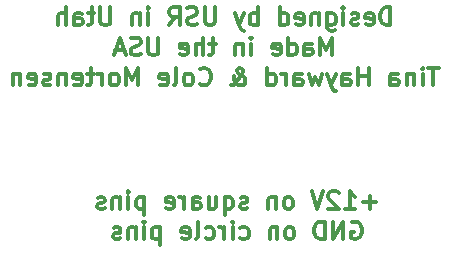
<source format=gbo>
G04 #@! TF.FileFunction,Legend,Bot*
%FSLAX46Y46*%
G04 Gerber Fmt 4.6, Leading zero omitted, Abs format (unit mm)*
G04 Created by KiCad (PCBNEW 4.0.7) date 11/16/17 10:54:23*
%MOMM*%
%LPD*%
G01*
G04 APERTURE LIST*
%ADD10C,0.100000*%
%ADD11C,0.300000*%
%ADD12C,2.950000*%
%ADD13R,4.150000X4.150000*%
%ADD14C,4.150000*%
%ADD15C,3.400000*%
%ADD16C,3.450000*%
G04 APERTURE END LIST*
D10*
D11*
X195785714Y-106232143D02*
X194642857Y-106232143D01*
X195214286Y-106803571D02*
X195214286Y-105660714D01*
X193142857Y-106803571D02*
X194000000Y-106803571D01*
X193571428Y-106803571D02*
X193571428Y-105303571D01*
X193714285Y-105517857D01*
X193857143Y-105660714D01*
X194000000Y-105732143D01*
X192571429Y-105446429D02*
X192500000Y-105375000D01*
X192357143Y-105303571D01*
X192000000Y-105303571D01*
X191857143Y-105375000D01*
X191785714Y-105446429D01*
X191714286Y-105589286D01*
X191714286Y-105732143D01*
X191785714Y-105946429D01*
X192642857Y-106803571D01*
X191714286Y-106803571D01*
X191285715Y-105303571D02*
X190785715Y-106803571D01*
X190285715Y-105303571D01*
X188428572Y-106803571D02*
X188571430Y-106732143D01*
X188642858Y-106660714D01*
X188714287Y-106517857D01*
X188714287Y-106089286D01*
X188642858Y-105946429D01*
X188571430Y-105875000D01*
X188428572Y-105803571D01*
X188214287Y-105803571D01*
X188071430Y-105875000D01*
X188000001Y-105946429D01*
X187928572Y-106089286D01*
X187928572Y-106517857D01*
X188000001Y-106660714D01*
X188071430Y-106732143D01*
X188214287Y-106803571D01*
X188428572Y-106803571D01*
X187285715Y-105803571D02*
X187285715Y-106803571D01*
X187285715Y-105946429D02*
X187214287Y-105875000D01*
X187071429Y-105803571D01*
X186857144Y-105803571D01*
X186714287Y-105875000D01*
X186642858Y-106017857D01*
X186642858Y-106803571D01*
X184857144Y-106732143D02*
X184714287Y-106803571D01*
X184428572Y-106803571D01*
X184285715Y-106732143D01*
X184214287Y-106589286D01*
X184214287Y-106517857D01*
X184285715Y-106375000D01*
X184428572Y-106303571D01*
X184642858Y-106303571D01*
X184785715Y-106232143D01*
X184857144Y-106089286D01*
X184857144Y-106017857D01*
X184785715Y-105875000D01*
X184642858Y-105803571D01*
X184428572Y-105803571D01*
X184285715Y-105875000D01*
X182928572Y-105803571D02*
X182928572Y-107303571D01*
X182928572Y-106732143D02*
X183071429Y-106803571D01*
X183357143Y-106803571D01*
X183500001Y-106732143D01*
X183571429Y-106660714D01*
X183642858Y-106517857D01*
X183642858Y-106089286D01*
X183571429Y-105946429D01*
X183500001Y-105875000D01*
X183357143Y-105803571D01*
X183071429Y-105803571D01*
X182928572Y-105875000D01*
X181571429Y-105803571D02*
X181571429Y-106803571D01*
X182214286Y-105803571D02*
X182214286Y-106589286D01*
X182142858Y-106732143D01*
X182000000Y-106803571D01*
X181785715Y-106803571D01*
X181642858Y-106732143D01*
X181571429Y-106660714D01*
X180214286Y-106803571D02*
X180214286Y-106017857D01*
X180285715Y-105875000D01*
X180428572Y-105803571D01*
X180714286Y-105803571D01*
X180857143Y-105875000D01*
X180214286Y-106732143D02*
X180357143Y-106803571D01*
X180714286Y-106803571D01*
X180857143Y-106732143D01*
X180928572Y-106589286D01*
X180928572Y-106446429D01*
X180857143Y-106303571D01*
X180714286Y-106232143D01*
X180357143Y-106232143D01*
X180214286Y-106160714D01*
X179500000Y-106803571D02*
X179500000Y-105803571D01*
X179500000Y-106089286D02*
X179428572Y-105946429D01*
X179357143Y-105875000D01*
X179214286Y-105803571D01*
X179071429Y-105803571D01*
X178000001Y-106732143D02*
X178142858Y-106803571D01*
X178428572Y-106803571D01*
X178571429Y-106732143D01*
X178642858Y-106589286D01*
X178642858Y-106017857D01*
X178571429Y-105875000D01*
X178428572Y-105803571D01*
X178142858Y-105803571D01*
X178000001Y-105875000D01*
X177928572Y-106017857D01*
X177928572Y-106160714D01*
X178642858Y-106303571D01*
X176142858Y-105803571D02*
X176142858Y-107303571D01*
X176142858Y-105875000D02*
X176000001Y-105803571D01*
X175714287Y-105803571D01*
X175571430Y-105875000D01*
X175500001Y-105946429D01*
X175428572Y-106089286D01*
X175428572Y-106517857D01*
X175500001Y-106660714D01*
X175571430Y-106732143D01*
X175714287Y-106803571D01*
X176000001Y-106803571D01*
X176142858Y-106732143D01*
X174785715Y-106803571D02*
X174785715Y-105803571D01*
X174785715Y-105303571D02*
X174857144Y-105375000D01*
X174785715Y-105446429D01*
X174714287Y-105375000D01*
X174785715Y-105303571D01*
X174785715Y-105446429D01*
X174071429Y-105803571D02*
X174071429Y-106803571D01*
X174071429Y-105946429D02*
X174000001Y-105875000D01*
X173857143Y-105803571D01*
X173642858Y-105803571D01*
X173500001Y-105875000D01*
X173428572Y-106017857D01*
X173428572Y-106803571D01*
X172785715Y-106732143D02*
X172642858Y-106803571D01*
X172357143Y-106803571D01*
X172214286Y-106732143D01*
X172142858Y-106589286D01*
X172142858Y-106517857D01*
X172214286Y-106375000D01*
X172357143Y-106303571D01*
X172571429Y-106303571D01*
X172714286Y-106232143D01*
X172785715Y-106089286D01*
X172785715Y-106017857D01*
X172714286Y-105875000D01*
X172571429Y-105803571D01*
X172357143Y-105803571D01*
X172214286Y-105875000D01*
X193678571Y-107925000D02*
X193821428Y-107853571D01*
X194035714Y-107853571D01*
X194249999Y-107925000D01*
X194392857Y-108067857D01*
X194464285Y-108210714D01*
X194535714Y-108496429D01*
X194535714Y-108710714D01*
X194464285Y-108996429D01*
X194392857Y-109139286D01*
X194249999Y-109282143D01*
X194035714Y-109353571D01*
X193892857Y-109353571D01*
X193678571Y-109282143D01*
X193607142Y-109210714D01*
X193607142Y-108710714D01*
X193892857Y-108710714D01*
X192964285Y-109353571D02*
X192964285Y-107853571D01*
X192107142Y-109353571D01*
X192107142Y-107853571D01*
X191392856Y-109353571D02*
X191392856Y-107853571D01*
X191035713Y-107853571D01*
X190821428Y-107925000D01*
X190678570Y-108067857D01*
X190607142Y-108210714D01*
X190535713Y-108496429D01*
X190535713Y-108710714D01*
X190607142Y-108996429D01*
X190678570Y-109139286D01*
X190821428Y-109282143D01*
X191035713Y-109353571D01*
X191392856Y-109353571D01*
X188535713Y-109353571D02*
X188678571Y-109282143D01*
X188749999Y-109210714D01*
X188821428Y-109067857D01*
X188821428Y-108639286D01*
X188749999Y-108496429D01*
X188678571Y-108425000D01*
X188535713Y-108353571D01*
X188321428Y-108353571D01*
X188178571Y-108425000D01*
X188107142Y-108496429D01*
X188035713Y-108639286D01*
X188035713Y-109067857D01*
X188107142Y-109210714D01*
X188178571Y-109282143D01*
X188321428Y-109353571D01*
X188535713Y-109353571D01*
X187392856Y-108353571D02*
X187392856Y-109353571D01*
X187392856Y-108496429D02*
X187321428Y-108425000D01*
X187178570Y-108353571D01*
X186964285Y-108353571D01*
X186821428Y-108425000D01*
X186749999Y-108567857D01*
X186749999Y-109353571D01*
X184249999Y-109282143D02*
X184392856Y-109353571D01*
X184678570Y-109353571D01*
X184821428Y-109282143D01*
X184892856Y-109210714D01*
X184964285Y-109067857D01*
X184964285Y-108639286D01*
X184892856Y-108496429D01*
X184821428Y-108425000D01*
X184678570Y-108353571D01*
X184392856Y-108353571D01*
X184249999Y-108425000D01*
X183607142Y-109353571D02*
X183607142Y-108353571D01*
X183607142Y-107853571D02*
X183678571Y-107925000D01*
X183607142Y-107996429D01*
X183535714Y-107925000D01*
X183607142Y-107853571D01*
X183607142Y-107996429D01*
X182892856Y-109353571D02*
X182892856Y-108353571D01*
X182892856Y-108639286D02*
X182821428Y-108496429D01*
X182749999Y-108425000D01*
X182607142Y-108353571D01*
X182464285Y-108353571D01*
X181321428Y-109282143D02*
X181464285Y-109353571D01*
X181749999Y-109353571D01*
X181892857Y-109282143D01*
X181964285Y-109210714D01*
X182035714Y-109067857D01*
X182035714Y-108639286D01*
X181964285Y-108496429D01*
X181892857Y-108425000D01*
X181749999Y-108353571D01*
X181464285Y-108353571D01*
X181321428Y-108425000D01*
X180464285Y-109353571D02*
X180607143Y-109282143D01*
X180678571Y-109139286D01*
X180678571Y-107853571D01*
X179321429Y-109282143D02*
X179464286Y-109353571D01*
X179750000Y-109353571D01*
X179892857Y-109282143D01*
X179964286Y-109139286D01*
X179964286Y-108567857D01*
X179892857Y-108425000D01*
X179750000Y-108353571D01*
X179464286Y-108353571D01*
X179321429Y-108425000D01*
X179250000Y-108567857D01*
X179250000Y-108710714D01*
X179964286Y-108853571D01*
X177464286Y-108353571D02*
X177464286Y-109853571D01*
X177464286Y-108425000D02*
X177321429Y-108353571D01*
X177035715Y-108353571D01*
X176892858Y-108425000D01*
X176821429Y-108496429D01*
X176750000Y-108639286D01*
X176750000Y-109067857D01*
X176821429Y-109210714D01*
X176892858Y-109282143D01*
X177035715Y-109353571D01*
X177321429Y-109353571D01*
X177464286Y-109282143D01*
X176107143Y-109353571D02*
X176107143Y-108353571D01*
X176107143Y-107853571D02*
X176178572Y-107925000D01*
X176107143Y-107996429D01*
X176035715Y-107925000D01*
X176107143Y-107853571D01*
X176107143Y-107996429D01*
X175392857Y-108353571D02*
X175392857Y-109353571D01*
X175392857Y-108496429D02*
X175321429Y-108425000D01*
X175178571Y-108353571D01*
X174964286Y-108353571D01*
X174821429Y-108425000D01*
X174750000Y-108567857D01*
X174750000Y-109353571D01*
X174107143Y-109282143D02*
X173964286Y-109353571D01*
X173678571Y-109353571D01*
X173535714Y-109282143D01*
X173464286Y-109139286D01*
X173464286Y-109067857D01*
X173535714Y-108925000D01*
X173678571Y-108853571D01*
X173892857Y-108853571D01*
X174035714Y-108782143D01*
X174107143Y-108639286D01*
X174107143Y-108567857D01*
X174035714Y-108425000D01*
X173892857Y-108353571D01*
X173678571Y-108353571D01*
X173535714Y-108425000D01*
X196971429Y-91228571D02*
X196971429Y-89728571D01*
X196614286Y-89728571D01*
X196400001Y-89800000D01*
X196257143Y-89942857D01*
X196185715Y-90085714D01*
X196114286Y-90371429D01*
X196114286Y-90585714D01*
X196185715Y-90871429D01*
X196257143Y-91014286D01*
X196400001Y-91157143D01*
X196614286Y-91228571D01*
X196971429Y-91228571D01*
X194900001Y-91157143D02*
X195042858Y-91228571D01*
X195328572Y-91228571D01*
X195471429Y-91157143D01*
X195542858Y-91014286D01*
X195542858Y-90442857D01*
X195471429Y-90300000D01*
X195328572Y-90228571D01*
X195042858Y-90228571D01*
X194900001Y-90300000D01*
X194828572Y-90442857D01*
X194828572Y-90585714D01*
X195542858Y-90728571D01*
X194257144Y-91157143D02*
X194114287Y-91228571D01*
X193828572Y-91228571D01*
X193685715Y-91157143D01*
X193614287Y-91014286D01*
X193614287Y-90942857D01*
X193685715Y-90800000D01*
X193828572Y-90728571D01*
X194042858Y-90728571D01*
X194185715Y-90657143D01*
X194257144Y-90514286D01*
X194257144Y-90442857D01*
X194185715Y-90300000D01*
X194042858Y-90228571D01*
X193828572Y-90228571D01*
X193685715Y-90300000D01*
X192971429Y-91228571D02*
X192971429Y-90228571D01*
X192971429Y-89728571D02*
X193042858Y-89800000D01*
X192971429Y-89871429D01*
X192900001Y-89800000D01*
X192971429Y-89728571D01*
X192971429Y-89871429D01*
X191614286Y-90228571D02*
X191614286Y-91442857D01*
X191685715Y-91585714D01*
X191757143Y-91657143D01*
X191900000Y-91728571D01*
X192114286Y-91728571D01*
X192257143Y-91657143D01*
X191614286Y-91157143D02*
X191757143Y-91228571D01*
X192042857Y-91228571D01*
X192185715Y-91157143D01*
X192257143Y-91085714D01*
X192328572Y-90942857D01*
X192328572Y-90514286D01*
X192257143Y-90371429D01*
X192185715Y-90300000D01*
X192042857Y-90228571D01*
X191757143Y-90228571D01*
X191614286Y-90300000D01*
X190900000Y-90228571D02*
X190900000Y-91228571D01*
X190900000Y-90371429D02*
X190828572Y-90300000D01*
X190685714Y-90228571D01*
X190471429Y-90228571D01*
X190328572Y-90300000D01*
X190257143Y-90442857D01*
X190257143Y-91228571D01*
X188971429Y-91157143D02*
X189114286Y-91228571D01*
X189400000Y-91228571D01*
X189542857Y-91157143D01*
X189614286Y-91014286D01*
X189614286Y-90442857D01*
X189542857Y-90300000D01*
X189400000Y-90228571D01*
X189114286Y-90228571D01*
X188971429Y-90300000D01*
X188900000Y-90442857D01*
X188900000Y-90585714D01*
X189614286Y-90728571D01*
X187614286Y-91228571D02*
X187614286Y-89728571D01*
X187614286Y-91157143D02*
X187757143Y-91228571D01*
X188042857Y-91228571D01*
X188185715Y-91157143D01*
X188257143Y-91085714D01*
X188328572Y-90942857D01*
X188328572Y-90514286D01*
X188257143Y-90371429D01*
X188185715Y-90300000D01*
X188042857Y-90228571D01*
X187757143Y-90228571D01*
X187614286Y-90300000D01*
X185757143Y-91228571D02*
X185757143Y-89728571D01*
X185757143Y-90300000D02*
X185614286Y-90228571D01*
X185328572Y-90228571D01*
X185185715Y-90300000D01*
X185114286Y-90371429D01*
X185042857Y-90514286D01*
X185042857Y-90942857D01*
X185114286Y-91085714D01*
X185185715Y-91157143D01*
X185328572Y-91228571D01*
X185614286Y-91228571D01*
X185757143Y-91157143D01*
X184542857Y-90228571D02*
X184185714Y-91228571D01*
X183828572Y-90228571D02*
X184185714Y-91228571D01*
X184328572Y-91585714D01*
X184400000Y-91657143D01*
X184542857Y-91728571D01*
X182114286Y-89728571D02*
X182114286Y-90942857D01*
X182042858Y-91085714D01*
X181971429Y-91157143D01*
X181828572Y-91228571D01*
X181542858Y-91228571D01*
X181400000Y-91157143D01*
X181328572Y-91085714D01*
X181257143Y-90942857D01*
X181257143Y-89728571D01*
X180614286Y-91157143D02*
X180400000Y-91228571D01*
X180042857Y-91228571D01*
X179900000Y-91157143D01*
X179828571Y-91085714D01*
X179757143Y-90942857D01*
X179757143Y-90800000D01*
X179828571Y-90657143D01*
X179900000Y-90585714D01*
X180042857Y-90514286D01*
X180328571Y-90442857D01*
X180471429Y-90371429D01*
X180542857Y-90300000D01*
X180614286Y-90157143D01*
X180614286Y-90014286D01*
X180542857Y-89871429D01*
X180471429Y-89800000D01*
X180328571Y-89728571D01*
X179971429Y-89728571D01*
X179757143Y-89800000D01*
X178257143Y-91228571D02*
X178757143Y-90514286D01*
X179114286Y-91228571D02*
X179114286Y-89728571D01*
X178542858Y-89728571D01*
X178400000Y-89800000D01*
X178328572Y-89871429D01*
X178257143Y-90014286D01*
X178257143Y-90228571D01*
X178328572Y-90371429D01*
X178400000Y-90442857D01*
X178542858Y-90514286D01*
X179114286Y-90514286D01*
X176471429Y-91228571D02*
X176471429Y-90228571D01*
X176471429Y-89728571D02*
X176542858Y-89800000D01*
X176471429Y-89871429D01*
X176400001Y-89800000D01*
X176471429Y-89728571D01*
X176471429Y-89871429D01*
X175757143Y-90228571D02*
X175757143Y-91228571D01*
X175757143Y-90371429D02*
X175685715Y-90300000D01*
X175542857Y-90228571D01*
X175328572Y-90228571D01*
X175185715Y-90300000D01*
X175114286Y-90442857D01*
X175114286Y-91228571D01*
X173257143Y-89728571D02*
X173257143Y-90942857D01*
X173185715Y-91085714D01*
X173114286Y-91157143D01*
X172971429Y-91228571D01*
X172685715Y-91228571D01*
X172542857Y-91157143D01*
X172471429Y-91085714D01*
X172400000Y-90942857D01*
X172400000Y-89728571D01*
X171900000Y-90228571D02*
X171328571Y-90228571D01*
X171685714Y-89728571D02*
X171685714Y-91014286D01*
X171614286Y-91157143D01*
X171471428Y-91228571D01*
X171328571Y-91228571D01*
X170185714Y-91228571D02*
X170185714Y-90442857D01*
X170257143Y-90300000D01*
X170400000Y-90228571D01*
X170685714Y-90228571D01*
X170828571Y-90300000D01*
X170185714Y-91157143D02*
X170328571Y-91228571D01*
X170685714Y-91228571D01*
X170828571Y-91157143D01*
X170900000Y-91014286D01*
X170900000Y-90871429D01*
X170828571Y-90728571D01*
X170685714Y-90657143D01*
X170328571Y-90657143D01*
X170185714Y-90585714D01*
X169471428Y-91228571D02*
X169471428Y-89728571D01*
X168828571Y-91228571D02*
X168828571Y-90442857D01*
X168900000Y-90300000D01*
X169042857Y-90228571D01*
X169257142Y-90228571D01*
X169400000Y-90300000D01*
X169471428Y-90371429D01*
X192042857Y-93778571D02*
X192042857Y-92278571D01*
X191542857Y-93350000D01*
X191042857Y-92278571D01*
X191042857Y-93778571D01*
X189685714Y-93778571D02*
X189685714Y-92992857D01*
X189757143Y-92850000D01*
X189900000Y-92778571D01*
X190185714Y-92778571D01*
X190328571Y-92850000D01*
X189685714Y-93707143D02*
X189828571Y-93778571D01*
X190185714Y-93778571D01*
X190328571Y-93707143D01*
X190400000Y-93564286D01*
X190400000Y-93421429D01*
X190328571Y-93278571D01*
X190185714Y-93207143D01*
X189828571Y-93207143D01*
X189685714Y-93135714D01*
X188328571Y-93778571D02*
X188328571Y-92278571D01*
X188328571Y-93707143D02*
X188471428Y-93778571D01*
X188757142Y-93778571D01*
X188900000Y-93707143D01*
X188971428Y-93635714D01*
X189042857Y-93492857D01*
X189042857Y-93064286D01*
X188971428Y-92921429D01*
X188900000Y-92850000D01*
X188757142Y-92778571D01*
X188471428Y-92778571D01*
X188328571Y-92850000D01*
X187042857Y-93707143D02*
X187185714Y-93778571D01*
X187471428Y-93778571D01*
X187614285Y-93707143D01*
X187685714Y-93564286D01*
X187685714Y-92992857D01*
X187614285Y-92850000D01*
X187471428Y-92778571D01*
X187185714Y-92778571D01*
X187042857Y-92850000D01*
X186971428Y-92992857D01*
X186971428Y-93135714D01*
X187685714Y-93278571D01*
X185185714Y-93778571D02*
X185185714Y-92778571D01*
X185185714Y-92278571D02*
X185257143Y-92350000D01*
X185185714Y-92421429D01*
X185114286Y-92350000D01*
X185185714Y-92278571D01*
X185185714Y-92421429D01*
X184471428Y-92778571D02*
X184471428Y-93778571D01*
X184471428Y-92921429D02*
X184400000Y-92850000D01*
X184257142Y-92778571D01*
X184042857Y-92778571D01*
X183900000Y-92850000D01*
X183828571Y-92992857D01*
X183828571Y-93778571D01*
X182185714Y-92778571D02*
X181614285Y-92778571D01*
X181971428Y-92278571D02*
X181971428Y-93564286D01*
X181900000Y-93707143D01*
X181757142Y-93778571D01*
X181614285Y-93778571D01*
X181114285Y-93778571D02*
X181114285Y-92278571D01*
X180471428Y-93778571D02*
X180471428Y-92992857D01*
X180542857Y-92850000D01*
X180685714Y-92778571D01*
X180899999Y-92778571D01*
X181042857Y-92850000D01*
X181114285Y-92921429D01*
X179185714Y-93707143D02*
X179328571Y-93778571D01*
X179614285Y-93778571D01*
X179757142Y-93707143D01*
X179828571Y-93564286D01*
X179828571Y-92992857D01*
X179757142Y-92850000D01*
X179614285Y-92778571D01*
X179328571Y-92778571D01*
X179185714Y-92850000D01*
X179114285Y-92992857D01*
X179114285Y-93135714D01*
X179828571Y-93278571D01*
X177328571Y-92278571D02*
X177328571Y-93492857D01*
X177257143Y-93635714D01*
X177185714Y-93707143D01*
X177042857Y-93778571D01*
X176757143Y-93778571D01*
X176614285Y-93707143D01*
X176542857Y-93635714D01*
X176471428Y-93492857D01*
X176471428Y-92278571D01*
X175828571Y-93707143D02*
X175614285Y-93778571D01*
X175257142Y-93778571D01*
X175114285Y-93707143D01*
X175042856Y-93635714D01*
X174971428Y-93492857D01*
X174971428Y-93350000D01*
X175042856Y-93207143D01*
X175114285Y-93135714D01*
X175257142Y-93064286D01*
X175542856Y-92992857D01*
X175685714Y-92921429D01*
X175757142Y-92850000D01*
X175828571Y-92707143D01*
X175828571Y-92564286D01*
X175757142Y-92421429D01*
X175685714Y-92350000D01*
X175542856Y-92278571D01*
X175185714Y-92278571D01*
X174971428Y-92350000D01*
X174400000Y-93350000D02*
X173685714Y-93350000D01*
X174542857Y-93778571D02*
X174042857Y-92278571D01*
X173542857Y-93778571D01*
X201042857Y-94828571D02*
X200185714Y-94828571D01*
X200614285Y-96328571D02*
X200614285Y-94828571D01*
X199685714Y-96328571D02*
X199685714Y-95328571D01*
X199685714Y-94828571D02*
X199757143Y-94900000D01*
X199685714Y-94971429D01*
X199614286Y-94900000D01*
X199685714Y-94828571D01*
X199685714Y-94971429D01*
X198971428Y-95328571D02*
X198971428Y-96328571D01*
X198971428Y-95471429D02*
X198900000Y-95400000D01*
X198757142Y-95328571D01*
X198542857Y-95328571D01*
X198400000Y-95400000D01*
X198328571Y-95542857D01*
X198328571Y-96328571D01*
X196971428Y-96328571D02*
X196971428Y-95542857D01*
X197042857Y-95400000D01*
X197185714Y-95328571D01*
X197471428Y-95328571D01*
X197614285Y-95400000D01*
X196971428Y-96257143D02*
X197114285Y-96328571D01*
X197471428Y-96328571D01*
X197614285Y-96257143D01*
X197685714Y-96114286D01*
X197685714Y-95971429D01*
X197614285Y-95828571D01*
X197471428Y-95757143D01*
X197114285Y-95757143D01*
X196971428Y-95685714D01*
X195114285Y-96328571D02*
X195114285Y-94828571D01*
X195114285Y-95542857D02*
X194257142Y-95542857D01*
X194257142Y-96328571D02*
X194257142Y-94828571D01*
X192899999Y-96328571D02*
X192899999Y-95542857D01*
X192971428Y-95400000D01*
X193114285Y-95328571D01*
X193399999Y-95328571D01*
X193542856Y-95400000D01*
X192899999Y-96257143D02*
X193042856Y-96328571D01*
X193399999Y-96328571D01*
X193542856Y-96257143D01*
X193614285Y-96114286D01*
X193614285Y-95971429D01*
X193542856Y-95828571D01*
X193399999Y-95757143D01*
X193042856Y-95757143D01*
X192899999Y-95685714D01*
X192328570Y-95328571D02*
X191971427Y-96328571D01*
X191614285Y-95328571D02*
X191971427Y-96328571D01*
X192114285Y-96685714D01*
X192185713Y-96757143D01*
X192328570Y-96828571D01*
X191185713Y-95328571D02*
X190899999Y-96328571D01*
X190614285Y-95614286D01*
X190328570Y-96328571D01*
X190042856Y-95328571D01*
X188828570Y-96328571D02*
X188828570Y-95542857D01*
X188899999Y-95400000D01*
X189042856Y-95328571D01*
X189328570Y-95328571D01*
X189471427Y-95400000D01*
X188828570Y-96257143D02*
X188971427Y-96328571D01*
X189328570Y-96328571D01*
X189471427Y-96257143D01*
X189542856Y-96114286D01*
X189542856Y-95971429D01*
X189471427Y-95828571D01*
X189328570Y-95757143D01*
X188971427Y-95757143D01*
X188828570Y-95685714D01*
X188114284Y-96328571D02*
X188114284Y-95328571D01*
X188114284Y-95614286D02*
X188042856Y-95471429D01*
X187971427Y-95400000D01*
X187828570Y-95328571D01*
X187685713Y-95328571D01*
X186542856Y-96328571D02*
X186542856Y-94828571D01*
X186542856Y-96257143D02*
X186685713Y-96328571D01*
X186971427Y-96328571D01*
X187114285Y-96257143D01*
X187185713Y-96185714D01*
X187257142Y-96042857D01*
X187257142Y-95614286D01*
X187185713Y-95471429D01*
X187114285Y-95400000D01*
X186971427Y-95328571D01*
X186685713Y-95328571D01*
X186542856Y-95400000D01*
X183471427Y-96328571D02*
X183542856Y-96328571D01*
X183685713Y-96257143D01*
X183899999Y-96042857D01*
X184257142Y-95614286D01*
X184399999Y-95400000D01*
X184471427Y-95185714D01*
X184471427Y-95042857D01*
X184399999Y-94900000D01*
X184257142Y-94828571D01*
X184185713Y-94828571D01*
X184042856Y-94900000D01*
X183971427Y-95042857D01*
X183971427Y-95114286D01*
X184042856Y-95257143D01*
X184114285Y-95328571D01*
X184542856Y-95614286D01*
X184614285Y-95685714D01*
X184685713Y-95828571D01*
X184685713Y-96042857D01*
X184614285Y-96185714D01*
X184542856Y-96257143D01*
X184399999Y-96328571D01*
X184185713Y-96328571D01*
X184042856Y-96257143D01*
X183971427Y-96185714D01*
X183757142Y-95900000D01*
X183685713Y-95685714D01*
X183685713Y-95542857D01*
X180828570Y-96185714D02*
X180899999Y-96257143D01*
X181114285Y-96328571D01*
X181257142Y-96328571D01*
X181471427Y-96257143D01*
X181614285Y-96114286D01*
X181685713Y-95971429D01*
X181757142Y-95685714D01*
X181757142Y-95471429D01*
X181685713Y-95185714D01*
X181614285Y-95042857D01*
X181471427Y-94900000D01*
X181257142Y-94828571D01*
X181114285Y-94828571D01*
X180899999Y-94900000D01*
X180828570Y-94971429D01*
X179971427Y-96328571D02*
X180114285Y-96257143D01*
X180185713Y-96185714D01*
X180257142Y-96042857D01*
X180257142Y-95614286D01*
X180185713Y-95471429D01*
X180114285Y-95400000D01*
X179971427Y-95328571D01*
X179757142Y-95328571D01*
X179614285Y-95400000D01*
X179542856Y-95471429D01*
X179471427Y-95614286D01*
X179471427Y-96042857D01*
X179542856Y-96185714D01*
X179614285Y-96257143D01*
X179757142Y-96328571D01*
X179971427Y-96328571D01*
X178614284Y-96328571D02*
X178757142Y-96257143D01*
X178828570Y-96114286D01*
X178828570Y-94828571D01*
X177471428Y-96257143D02*
X177614285Y-96328571D01*
X177899999Y-96328571D01*
X178042856Y-96257143D01*
X178114285Y-96114286D01*
X178114285Y-95542857D01*
X178042856Y-95400000D01*
X177899999Y-95328571D01*
X177614285Y-95328571D01*
X177471428Y-95400000D01*
X177399999Y-95542857D01*
X177399999Y-95685714D01*
X178114285Y-95828571D01*
X175614285Y-96328571D02*
X175614285Y-94828571D01*
X175114285Y-95900000D01*
X174614285Y-94828571D01*
X174614285Y-96328571D01*
X173685713Y-96328571D02*
X173828571Y-96257143D01*
X173899999Y-96185714D01*
X173971428Y-96042857D01*
X173971428Y-95614286D01*
X173899999Y-95471429D01*
X173828571Y-95400000D01*
X173685713Y-95328571D01*
X173471428Y-95328571D01*
X173328571Y-95400000D01*
X173257142Y-95471429D01*
X173185713Y-95614286D01*
X173185713Y-96042857D01*
X173257142Y-96185714D01*
X173328571Y-96257143D01*
X173471428Y-96328571D01*
X173685713Y-96328571D01*
X172542856Y-96328571D02*
X172542856Y-95328571D01*
X172542856Y-95614286D02*
X172471428Y-95471429D01*
X172399999Y-95400000D01*
X172257142Y-95328571D01*
X172114285Y-95328571D01*
X171828571Y-95328571D02*
X171257142Y-95328571D01*
X171614285Y-94828571D02*
X171614285Y-96114286D01*
X171542857Y-96257143D01*
X171399999Y-96328571D01*
X171257142Y-96328571D01*
X170185714Y-96257143D02*
X170328571Y-96328571D01*
X170614285Y-96328571D01*
X170757142Y-96257143D01*
X170828571Y-96114286D01*
X170828571Y-95542857D01*
X170757142Y-95400000D01*
X170614285Y-95328571D01*
X170328571Y-95328571D01*
X170185714Y-95400000D01*
X170114285Y-95542857D01*
X170114285Y-95685714D01*
X170828571Y-95828571D01*
X169471428Y-95328571D02*
X169471428Y-96328571D01*
X169471428Y-95471429D02*
X169400000Y-95400000D01*
X169257142Y-95328571D01*
X169042857Y-95328571D01*
X168900000Y-95400000D01*
X168828571Y-95542857D01*
X168828571Y-96328571D01*
X168185714Y-96257143D02*
X168042857Y-96328571D01*
X167757142Y-96328571D01*
X167614285Y-96257143D01*
X167542857Y-96114286D01*
X167542857Y-96042857D01*
X167614285Y-95900000D01*
X167757142Y-95828571D01*
X167971428Y-95828571D01*
X168114285Y-95757143D01*
X168185714Y-95614286D01*
X168185714Y-95542857D01*
X168114285Y-95400000D01*
X167971428Y-95328571D01*
X167757142Y-95328571D01*
X167614285Y-95400000D01*
X166328571Y-96257143D02*
X166471428Y-96328571D01*
X166757142Y-96328571D01*
X166899999Y-96257143D01*
X166971428Y-96114286D01*
X166971428Y-95542857D01*
X166899999Y-95400000D01*
X166757142Y-95328571D01*
X166471428Y-95328571D01*
X166328571Y-95400000D01*
X166257142Y-95542857D01*
X166257142Y-95685714D01*
X166971428Y-95828571D01*
X165614285Y-95328571D02*
X165614285Y-96328571D01*
X165614285Y-95471429D02*
X165542857Y-95400000D01*
X165399999Y-95328571D01*
X165185714Y-95328571D01*
X165042857Y-95400000D01*
X164971428Y-95542857D01*
X164971428Y-96328571D01*
%LPC*%
D12*
X181450000Y-112210000D03*
X184850000Y-112210000D03*
X184850000Y-98740000D03*
X181450000Y-98737000D03*
D13*
X140000000Y-107750000D03*
D14*
X145500000Y-107750000D03*
D15*
X132700000Y-107750000D03*
D13*
X140025000Y-69775000D03*
D14*
X145525000Y-69775000D03*
D15*
X132725000Y-69775000D03*
D13*
X152700000Y-81450000D03*
D14*
X152700000Y-86950000D03*
D15*
X152700000Y-74150000D03*
D13*
X140000000Y-117250000D03*
D14*
X145500000Y-117250000D03*
D15*
X132700000Y-117250000D03*
D13*
X140025000Y-79225000D03*
D14*
X145525000Y-79225000D03*
D15*
X132725000Y-79225000D03*
D13*
X140025000Y-88725000D03*
D14*
X145525000Y-88725000D03*
D15*
X132725000Y-88725000D03*
D13*
X140000000Y-98250000D03*
D14*
X145500000Y-98250000D03*
D15*
X132700000Y-98250000D03*
D13*
X162200000Y-81450000D03*
D14*
X162200000Y-86950000D03*
D15*
X162200000Y-74150000D03*
D13*
X184900000Y-81450000D03*
D14*
X184900000Y-86950000D03*
D15*
X184900000Y-74150000D03*
D13*
X226100000Y-69750000D03*
D14*
X220600000Y-69750000D03*
D15*
X233400000Y-69750000D03*
D13*
X226100000Y-79250000D03*
D14*
X220600000Y-79250000D03*
D15*
X233400000Y-79250000D03*
D13*
X226100000Y-88750000D03*
D14*
X220600000Y-88750000D03*
D15*
X233400000Y-88750000D03*
D13*
X226100000Y-98200000D03*
D14*
X220600000Y-98200000D03*
D15*
X233400000Y-98200000D03*
D13*
X203900000Y-81450000D03*
D14*
X203900000Y-86950000D03*
D15*
X203900000Y-74150000D03*
D13*
X213400000Y-81450000D03*
D14*
X213400000Y-86950000D03*
D15*
X213400000Y-74150000D03*
D13*
X226100000Y-117200000D03*
D14*
X220600000Y-117200000D03*
D15*
X233400000Y-117200000D03*
D13*
X194400000Y-81450000D03*
D14*
X194400000Y-86950000D03*
D15*
X194400000Y-74150000D03*
D13*
X226100000Y-107700000D03*
D14*
X220600000Y-107700000D03*
D15*
X233400000Y-107700000D03*
D13*
X170700000Y-81450000D03*
D14*
X176400000Y-81450000D03*
X170700000Y-86950000D03*
X176400000Y-86950000D03*
D15*
X173550000Y-74150000D03*
D16*
X161350000Y-111700000D03*
X169750000Y-102200000D03*
X152950000Y-102200000D03*
X161350000Y-93800000D03*
X204800000Y-111700000D03*
X213200000Y-102200000D03*
X196400000Y-102200000D03*
X204800000Y-93800000D03*
M02*

</source>
